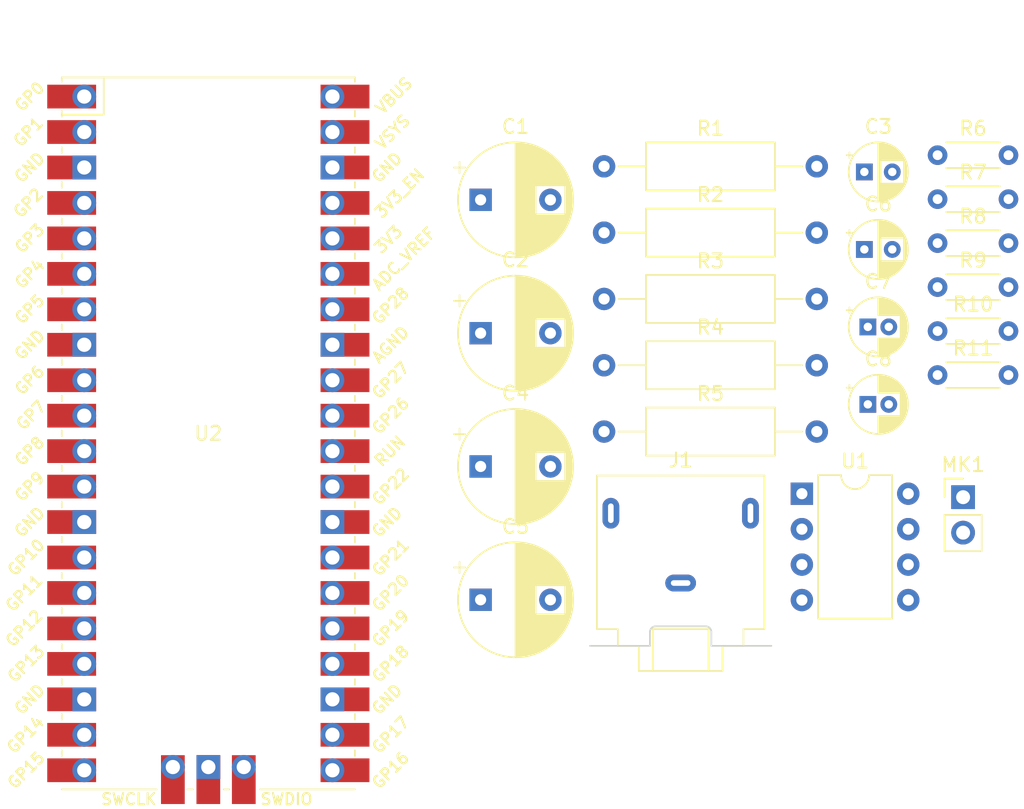
<source format=kicad_pcb>
(kicad_pcb (version 20221018) (generator pcbnew)
  (layers (0 "F.Cu" signal) (31 "B.Cu" signal) (34 "B.Paste" user) (35 "F.Paste" user) (36 "B.SilkS" user "B.Silkscreen") (37 "F.SilkS" user "F.Silkscreen") (38 "B.Mask" user) (39 "F.Mask" user) (44 "Edge.Cuts" user))
  (net 0 "")
  (net 1 "Net-(MK1-+)")
  (net 2 "Net-(U1--)")
  (net 3 "Net-(U1-+)")
  (net 4 "Net-(C1-Pad2)")
  (net 6 "GND")
  (net 7 "Net-(C3-Pad1)")
  (net 8 "+3.3V")
  (net 9 "Net-(C6-Pad1)")
  (net 10 "Net-(C7-Pad2)")
  (net 11 "Net-(C8-Pad2)")
  (net 12 "Net-(U2-GPIO28_ADC2)")
  (net 13 "Net-(U2-GPIO26_ADC0)")
  (net 14 "Net-(U2-GPIO27_ADC1)")
  (footprint "Resistor_THT:R_Axial_DIN0204_L3.6mm_D1.6mm_P5.08mm_Horizontal" (layer "F.Cu") (at 182.186 60.4848)
    (fp_text reference "R7" (at 2.54 -1.92) (layer "F.SilkS"))
    (fp_text value "220")
    (pad "1" thru_hole circle (at 0 0) (size 1.4 1.4) (drill 0.7) (layers "*.Cu" "*.Mask") (net 14 "Net-(U2-GPIO27_ADC1)"))
    (pad "2" thru_hole oval (at 5.08 0) (size 1.4 1.4) (drill 0.7) (layers "*.Cu" "*.Mask") (net 9 "Net-(C6-Pad1)"))
  )
  (footprint "Package_DIP:DIP-8_W7.62mm" (layer "F.Cu") (at 172.466 81.5848)
    (fp_text reference "U1" (at 3.81 -2.33) (layer "F.SilkS"))
    (fp_text value "TL071")
    (pad "1" thru_hole rect (at 0 0) (size 1.6 1.6) (drill 0.8) (layers "*.Cu" "*.Mask"))
    (pad "2" thru_hole oval (at 0 2.54) (size 1.6 1.6) (drill 0.8) (layers "*.Cu" "*.Mask") (net 2 "Net-(U1--)"))
    (pad "3" thru_hole oval (at 0 5.08) (size 1.6 1.6) (drill 0.8) (layers "*.Cu" "*.Mask") (net 3 "Net-(U1-+)"))
    (pad "4" thru_hole oval (at 0 7.62) (size 1.6 1.6) (drill 0.8) (layers "*.Cu" "*.Mask") (net 6 "GND"))
    (pad "5" thru_hole oval (at 7.62 7.62) (size 1.6 1.6) (drill 0.8) (layers "*.Cu" "*.Mask"))
    (pad "6" thru_hole oval (at 7.62 5.08) (size 1.6 1.6) (drill 0.8) (layers "*.Cu" "*.Mask") (net 12 "Net-(U2-GPIO28_ADC2)"))
    (pad "7" thru_hole oval (at 7.62 2.54) (size 1.6 1.6) (drill 0.8) (layers "*.Cu" "*.Mask") (net 8 "+3.3V"))
    (pad "8" thru_hole oval (at 7.62 0) (size 1.6 1.6) (drill 0.8) (layers "*.Cu" "*.Mask"))
  )
  (footprint "Capacitor_THT:CP_Radial_D8.0mm_P5.00mm" (layer "F.Cu") (at 149.450698 60.5348)
    (fp_text reference "C1" (at 2.5 -5.25) (layer "F.SilkS"))
    (fp_text value "1uf")
    (pad "1" thru_hole rect (at 0 0) (size 1.6 1.6) (drill 0.8) (layers "*.Cu" "*.Mask") (net 1 "Net-(MK1-+)"))
    (pad "2" thru_hole circle (at 5 0) (size 1.6 1.6) (drill 0.8) (layers "*.Cu" "*.Mask") (net 4 "Net-(C1-Pad2)"))
  )
  (footprint "Resistor_THT:R_Axial_DIN0309_L9.0mm_D3.2mm_P15.24mm_Horizontal" (layer "F.Cu") (at 158.296 77.1348)
    (fp_text reference "R5" (at 7.62 -2.72) (layer "F.SilkS"))
    (fp_text value "10k")
    (pad "1" thru_hole circle (at 0 0) (size 1.6 1.6) (drill 0.8) (layers "*.Cu" "*.Mask") (net 4 "Net-(C1-Pad2)"))
    (pad "2" thru_hole oval (at 15.24 0) (size 1.6 1.6) (drill 0.8) (layers "*.Cu" "*.Mask") (net 2 "Net-(U1--)"))
  )
  (footprint "MCU_RaspberryPi_and_Boards:RPi_Pico_SMD_TH" (layer "F.Cu") (at 129.9464 77.2668)
    (fp_text reference "U2" (at 0 0) (layer "F.SilkS"))
    (fp_text value "Pico")
    (fp_text user "SWCLK" (at -5.7 26.2) (layer "F.SilkS") (effects (font (size 0.8 0.8))))
    (fp_text user "GND" (at -12.8 6.35 45) (layer "F.SilkS") (effects (font (size 0.8 0.8))))
    (fp_text user "GND" (at 12.8 -19.05 45) (layer "F.SilkS") (effects (font (size 0.8 0.8))))
    (fp_text user "GP2" (at -12.9 -16.51 45) (layer "F.SilkS") (effects (font (size 0.8 0.8))))
    (fp_text user "GP4" (at -12.8 -11.43 45) (layer "F.SilkS") (effects (font (size 0.8 0.8))))
    (fp_text user "GP0" (at -12.8 -24.13 45) (layer "F.SilkS") (effects (font (size 0.8 0.8))))
    (fp_text user "GP9" (at -12.8 3.81 45) (layer "F.SilkS") (effects (font (size 0.8 0.8))))
    (fp_text user "GP6" (at -12.8 -3.81 45) (layer "F.SilkS") (effects (font (size 0.8 0.8))))
    (fp_text user "VBUS" (at 13.3 -24.2 45) (layer "F.SilkS") (effects (font (size 0.8 0.8))))
    (fp_text user "GP12" (at -13.2 13.97 45) (layer "F.SilkS") (effects (font (size 0.8 0.8))))
    (fp_text user "GP1" (at -12.9 -21.6 45) (layer "F.SilkS") (effects (font (size 0.8 0.8))))
    (fp_text user "GP27" (at 13.054 -3.8 45) (layer "F.SilkS") (effects (font (size 0.8 0.8))))
    (fp_text user "ADC_VREF" (at 14 -12.5 45) (layer "F.SilkS") (effects (font (size 0.8 0.8))))
    (fp_text user "GP11" (at -13.2 11.43 45) (layer "F.SilkS") (effects (font (size 0.8 0.8))))
    (fp_text user "GP16" (at 13.054 24.13 45) (layer "F.SilkS") (effects (font (size 0.8 0.8))))
    (fp_text user "GP5" (at -12.8 -8.89 45) (layer "F.SilkS") (effects (font (size 0.8 0.8))))
    (fp_text user "GP28" (at 13.054 -9.144 45) (layer "F.SilkS") (effects (font (size 0.8 0.8))))
    (fp_text user "GP3" (at -12.8 -13.97 45) (layer "F.SilkS") (effects (font (size 0.8 0.8))))
    (fp_text user "GP7" (at -12.7 -1.3 45) (layer "F.SilkS") (effects (font (size 0.8 0.8))))
    (fp_text user "GND" (at -12.8 -6.35 45) (layer "F.SilkS") (effects (font (size 0.8 0.8))))
    (fp_text user "GND" (at 12.8 19.05 45) (layer "F.SilkS") (effects (font (size 0.8 0.8))))
    (fp_text user "GP21" (at 13.054 8.9 45) (layer "F.SilkS") (effects (font (size 0.8 0.8))))
    (fp_text user "GP15" (at -13.054 24.13 45) (layer "F.SilkS") (effects (font (size 0.8 0.8))))
    (fp_text user "VSYS" (at 13.2 -21.59 45) (layer "F.SilkS") (effects (font (size 0.8 0.8))))
    (fp_text user "AGND" (at 13.054 -6.35 45) (layer "F.SilkS") (effects (font (size 0.8 0.8))))
    (fp_text user "GP26" (at 13.054 -1.27 45) (layer "F.SilkS") (effects (font (size 0.8 0.8))))
    (fp_text user "GP14" (at -13.1 21.59 45) (layer "F.SilkS") (effects (font (size 0.8 0.8))))
    (fp_text user "GND" (at -12.8 -19.05 45) (layer "F.SilkS") (effects (font (size 0.8 0.8))))
    (fp_text user "GND" (at -12.8 19.05 45) (layer "F.SilkS") (effects (font (size 0.8 0.8))))
    (fp_text user "GP8" (at -12.8 1.27 45) (layer "F.SilkS") (effects (font (size 0.8 0.8))))
    (fp_text user "GP20" (at 13.054 11.43 45) (layer "F.SilkS") (effects (font (size 0.8 0.8))))
    (fp_text user "GP19" (at 13.054 13.97 45) (layer "F.SilkS") (effects (font (size 0.8 0.8))))
    (fp_text user "SWDIO" (at 5.6 26.2) (layer "F.SilkS") (effects (font (size 0.8 0.8))))
    (fp_text user "GP22" (at 13.054 3.81 45) (layer "F.SilkS") (effects (font (size 0.8 0.8))))
    (fp_text user "3V3" (at 12.9 -13.9 45) (layer "F.SilkS") (effects (font (size 0.8 0.8))))
    (fp_text user "GP17" (at 13.054 21.59 45) (layer "F.SilkS") (effects (font (size 0.8 0.8))))
    (fp_text user "RUN" (at 13 1.27 45) (layer "F.SilkS") (effects (font (size 0.8 0.8))))
    (fp_text user "GP13" (at -13.054 16.51 45) (layer "F.SilkS") (effects (font (size 0.8 0.8))))
    (fp_text user "GP10" (at -13.054 8.89 45) (layer "F.SilkS") (effects (font (size 0.8 0.8))))
    (fp_text user "GP18" (at 13.054 16.51 45) (layer "F.SilkS") (effects (font (size 0.8 0.8))))
    (fp_text user "GND" (at 12.8 6.35 45) (layer "F.SilkS") (effects (font (size 0.8 0.8))))
    (fp_text user "3V3_EN" (at 13.7 -17.2 45) (layer "F.SilkS") (effects (font (size 0.8 0.8))))
    (pad "" np_thru_hole oval (at -2.725 -24) (size 1.8 1.8) (drill 1.8) (layers "*.Cu" "*.Mask"))
    (pad "" np_thru_hole oval (at -2.425 -20.97) (size 1.5 1.5) (drill 1.5) (layers "*.Cu" "*.Mask"))
    (pad "" np_thru_hole oval (at 2.425 -20.97) (size 1.5 1.5) (drill 1.5) (layers "*.Cu" "*.Mask"))
    (pad "" np_thru_hole oval (at 2.725 -24) (size 1.8 1.8) (drill 1.8) (layers "*.Cu" "*.Mask"))
    (pad "1" thru_hole oval (at -8.89 -24.13) (size 1.7 1.7) (drill 1.02) (layers "*.Cu" "*.Mask"))
    (pad "1" smd rect (at -8.89 -24.13) (size 3.5 1.7) (drill (offset -0.9 0)) (layers "F.Cu" "F.Mask"))
    (pad "2" thru_hole oval (at -8.89 -21.59) (size 1.7 1.7) (drill 1.02) (layers "*.Cu" "*.Mask"))
    (pad "2" smd rect (at -8.89 -21.59) (size 3.5 1.7) (drill (offset -0.9 0)) (layers "F.Cu" "F.Mask"))
    (pad "3" thru_hole rect (at -8.89 -19.05) (size 1.7 1.7) (drill 1.02) (layers "*.Cu" "*.Mask"))
    (pad "3" smd rect (at -8.89 -19.05) (size 3.5 1.7) (drill (offset -0.9 0)) (layers "F.Cu" "F.Mask"))
    (pad "4" thru_hole oval (at -8.89 -16.51) (size 1.7 1.7) (drill 1.02) (layers "*.Cu" "*.Mask"))
    (pad "4" smd rect (at -8.89 -16.51) (size 3.5 1.7) (drill (offset -0.9 0)) (layers "F.Cu" "F.Mask"))
    (pad "5" thru_hole oval (at -8.89 -13.97) (size 1.7 1.7) (drill 1.02) (layers "*.Cu" "*.Mask"))
    (pad "5" smd rect (at -8.89 -13.97) (size 3.5 1.7) (drill (offset -0.9 0)) (layers "F.Cu" "F.Mask"))
    (pad "6" thru_hole oval (at -8.89 -11.43) (size 1.7 1.7) (drill 1.02) (layers "*.Cu" "*.Mask"))
    (pad "6" smd rect (at -8.89 -11.43) (size 3.5 1.7) (drill (offset -0.9 0)) (layers "F.Cu" "F.Mask"))
    (pad "7" thru_hole oval (at -8.89 -8.89) (size 1.7 1.7) (drill 1.02) (layers "*.Cu" "*.Mask"))
    (pad "7" smd rect (at -8.89 -8.89) (size 3.5 1.7) (drill (offset -0.9 0)) (layers "F.Cu" "F.Mask"))
    (pad "8" thru_hole rect (at -8.89 -6.35) (size 1.7 1.7) (drill 1.02) (layers "*.Cu" "*.Mask"))
    (pad "8" smd rect (at -8.89 -6.35) (size 3.5 1.7) (drill (offset -0.9 0)) (layers "F.Cu" "F.Mask"))
    (pad "9" thru_hole oval (at -8.89 -3.81) (size 1.7 1.7) (drill 1.02) (layers "*.Cu" "*.Mask"))
    (pad "9" smd rect (at -8.89 -3.81) (size 3.5 1.7) (drill (offset -0.9 0)) (layers "F.Cu" "F.Mask"))
    (pad "10" thru_hole oval (at -8.89 -1.27) (size 1.7 1.7) (drill 1.02) (layers "*.Cu" "*.Mask"))
    (pad "10" smd rect (at -8.89 -1.27) (size 3.5 1.7) (drill (offset -0.9 0)) (layers "F.Cu" "F.Mask"))
    (pad "11" thru_hole oval (at -8.89 1.27) (size 1.7 1.7) (drill 1.02) (layers "*.Cu" "*.Mask"))
    (pad "11" smd rect (at -8.89 1.27) (size 3.5 1.7) (drill (offset -0.9 0)) (layers "F.Cu" "F.Mask"))
    (pad "12" thru_hole oval (at -8.89 3.81) (size 1.7 1.7) (drill 1.02) (layers "*.Cu" "*.Mask"))
    (pad "12" smd rect (at -8.89 3.81) (size 3.5 1.7) (drill (offset -0.9 0)) (layers "F.Cu" "F.Mask"))
    (pad "13" thru_hole rect (at -8.89 6.35) (size 1.7 1.7) (drill 1.02) (layers "*.Cu" "*.Mask"))
    (pad "13" smd rect (at -8.89 6.35) (size 3.5 1.7) (drill (offset -0.9 0)) (layers "F.Cu" "F.Mask"))
    (pad "14" thru_hole oval (at -8.89 8.89) (size 1.7 1.7) (drill 1.02) (layers "*.Cu" "*.Mask"))
    (pad "14" smd rect (at -8.89 8.89) (size 3.5 1.7) (drill (offset -0.9 0)) (layers "F.Cu" "F.Mask"))
    (pad "15" thru_hole oval (at -8.89 11.43) (size 1.7 1.7) (drill 1.02) (layers "*.Cu" "*.Mask"))
    (pad "15" smd rect (at -8.89 11.43) (size 3.5 1.7) (drill (offset -0.9 0)) (layers "F.Cu" "F.Mask"))
    (pad "16" thru_hole oval (at -8.89 13.97) (size 1.7 1.7) (drill 1.02) (layers "*.Cu" "*.Mask"))
    (pad "16" smd rect (at -8.89 13.97) (size 3.5 1.7) (drill (offset -0.9 0)) (layers "F.Cu" "F.Mask"))
    (pad "17" thru_hole oval (at -8.89 16.51) (size 1.7 1.7) (drill 1.02) (layers "*.Cu" "*.Mask"))
    (pad "17" smd rect (at -8.89 16.51) (size 3.5 1.7) (drill (offset -0.9 0)) (layers "F.Cu" "F.Mask"))
    (pad "18" thru_hole rect (at -8.89 19.05) (size 1.7 1.7) (drill 1.02) (layers "*.Cu" "*.Mask"))
    (pad "18" smd rect (at -8.89 19.05) (size 3.5 1.7) (drill (offset -0.9 0)) (layers "F.Cu" "F.Mask"))
    (pad "19" thru_hole oval (at -8.89 21.59) (size 1.7 1.7) (drill 1.02) (layers "*.Cu" "*.Mask"))
    (pad "19" smd rect (at -8.89 21.59) (size 3.5 1.7) (drill (offset -0.9 0)) (layers "F.Cu" "F.Mask"))
    (pad "20" thru_hole oval (at -8.89 24.13) (size 1.7 1.7) (drill 1.02) (layers "*.Cu" "*.Mask"))
    (pad "20" smd rect (at -8.89 24.13) (size 3.5 1.7) (drill (offset -0.9 0)) (layers "F.Cu" "F.Mask"))
    (pad "21" thru_hole oval (at 8.89 24.13) (size 1.7 1.7) (drill 1.02) (layers "*.Cu" "*.Mask"))
    (pad "21" smd rect (at 8.89 24.13) (size 3.5 1.7) (drill (offset 0.9 0)) (layers "F.Cu" "F.Mask"))
    (pad "22" thru_hole oval (at 8.89 21.59) (size 1.7 1.7) (drill 1.02) (layers "*.Cu" "*.Mask"))
    (pad "22" smd rect (at 8.89 21.59) (size 3.5 1.7) (drill (offset 0.9 0)) (layers "F.Cu" "F.Mask"))
    (pad "23" thru_hole rect (at 8.89 19.05) (size 1.7 1.7) (drill 1.02) (layers "*.Cu" "*.Mask"))
    (pad "23" smd rect (at 8.89 19.05) (size 3.5 1.7) (drill (offset 0.9 0)) (layers "F.Cu" "F.Mask"))
    (pad "24" thru_hole oval (at 8.89 16.51) (size 1.7 1.7) (drill 1.02) (layers "*.Cu" "*.Mask"))
    (pad "24" smd rect (at 8.89 16.51) (size 3.5 1.7) (drill (offset 0.9 0)) (layers "F.Cu" "F.Mask"))
    (pad "25" thru_hole oval (at 8.89 13.97) (size 1.7 1.7) (drill 1.02) (layers "*.Cu" "*.Mask"))
    (pad "25" smd rect (at 8.89 13.97) (size 3.5 1.7) (drill (offset 0.9 0)) (layers "F.Cu" "F.Mask"))
    (pad "26" thru_hole oval (at 8.89 11.43) (size 1.7 1.7) (drill 1.02) (layers "*.Cu" "*.Mask"))
    (pad "26" smd rect (at 8.89 11.43) (size 3.5 1.7) (drill (offset 0.9 0)) (layers "F.Cu" "F.Mask"))
    (pad "27" thru_hole oval (at 8.89 8.89) (size 1.7 1.7) (drill 1.02) (layers "*.Cu" "*.Mask"))
    (pad "27" smd rect (at 8.89 8.89) (size 3.5 1.7) (drill (offset 0.9 0)) (layers "F.Cu" "F.Mask"))
    (pad "28" thru_hole rect (at 8.89 6.35) (size 1.7 1.7) (drill 1.02) (layers "*.Cu" "*.Mask"))
    (pad "28" smd rect (at 8.89 6.35) (size 3.5 1.7) (drill (offset 0.9 0)) (layers "F.Cu" "F.Mask"))
    (pad "29" thru_hole oval (at 8.89 3.81) (size 1.7 1.7) (drill 1.02) (layers "*.Cu" "*.Mask"))
    (pad "29" smd rect (at 8.89 3.81) (size 3.5 1.7) (drill (offset 0.9 0)) (layers "F.Cu" "F.Mask"))
    (pad "30" thru_hole oval (at 8.89 1.27) (size 1.7 1.7) (drill 1.02) (layers "*.Cu" "*.Mask"))
    (pad "30" smd rect (at 8.89 1.27) (size 3.5 1.7) (drill (offset 0.9 0)) (layers "F.Cu" "F.Mask"))
    (pad "31" thru_hole oval (at 8.89 -1.27) (size 1.7 1.7) (drill 1.02) (layers "*.Cu" "*.Mask") (net 13 "Net-(U2-GPIO26_ADC0)"))
    (pad "31" smd rect (at 8.89 -1.27) (size 3.5 1.7) (drill (offset 0.9 0)) (layers "F.Cu" "F.Mask") (net 13 "Net-(U2-GPIO26_ADC0)"))
    (pad "32" thru_hole oval (at 8.89 -3.81) (size 1.7 1.7) (drill 1.02) (layers "*.Cu" "*.Mask") (net 14 "Net-(U2-GPIO27_ADC1)"))
    (pad "32" smd rect (at 8.89 -3.81) (size 3.5 1.7) (drill (offset 0.9 0)) (layers "F.Cu" "F.Mask") (net 14 "Net-(U2-GPIO27_ADC1)"))
    (pad "33" thru_hole rect (at 8.89 -6.35) (size 1.7 1.7) (drill 1.02) (layers "*.Cu" "*.Mask") (net 6 "GND"))
    (pad "33" smd rect (at 8.89 -6.35) (size 3.5 1.7) (drill (offset 0.9 0)) (layers "F.Cu" "F.Mask") (net 6 "GND"))
    (pad "34" thru_hole oval (at 8.89 -8.89) (size 1.7 1.7) (drill 1.02) (layers "*.Cu" "*.Mask") (net 12 "Net-(U2-GPIO28_ADC2)"))
    (pad "34" smd rect (at 8.89 -8.89) (size 3.5 1.7) (drill (offset 0.9 0)) (layers "F.Cu" "F.Mask") (net 12 "Net-(U2-GPIO28_ADC2)"))
    (pad "35" thru_hole oval (at 8.89 -11.43) (size 1.7 1.7) (drill 1.02) (layers "*.Cu" "*.Mask"))
    (pad "35" smd rect (at 8.89 -11.43) (size 3.5 1.7) (drill (offset 0.9 0)) (layers "F.Cu" "F.Mask"))
    (pad "36" thru_hole oval (at 8.89 -13.97) (size 1.7 1.7) (drill 1.02) (layers "*.Cu" "*.Mask"))
    (pad "36" smd rect (at 8.89 -13.97) (size 3.5 1.7) (drill (offset 0.9 0)) (layers "F.Cu" "F.Mask"))
    (pad "37" thru_hole oval (at 8.89 -16.51) (size 1.7 1.7) (drill 1.02) (layers "*.Cu" "*.Mask"))
    (pad "37" smd rect (at 8.89 -16.51) (size 3.5 1.7) (drill (offset 0.9 0)) (layers "F.Cu" "F.Mask"))
    (pad "38" thru_hole rect (at 8.89 -19.05) (size 1.7 1.7) (drill 1.02) (layers "*.Cu" "*.Mask"))
    (pad "38" smd rect (at 8.89 -19.05) (size 3.5 1.7) (drill (offset 0.9 0)) (layers "F.Cu" "F.Mask"))
    (pad "39" thru_hole oval (at 8.89 -21.59) (size 1.7 1.7) (drill 1.02) (layers "*.Cu" "*.Mask"))
    (pad "39" smd rect (at 8.89 -21.59) (size 3.5 1.7) (drill (offset 0.9 0)) (layers "F.Cu" "F.Mask"))
    (pad "40" thru_hole oval (at 8.89 -24.13) (size 1.7 1.7) (drill 1.02) (layers "*.Cu" "*.Mask"))
    (pad "40" smd rect (at 8.89 -24.13) (size 3.5 1.7) (drill (offset 0.9 0)) (layers "F.Cu" "F.Mask"))
    (pad "41" thru_hole oval (at -2.54 23.9) (size 1.7 1.7) (drill 1.02) (layers "*.Cu" "*.Mask"))
    (pad "41" smd rect (at -2.54 23.9 90) (size 3.5 1.7) (drill (offset -0.9 0)) (layers "F.Cu" "F.Mask"))
    (pad "42" thru_hole rect (at 0 23.9) (size 1.7 1.7) (drill 1.02) (layers "*.Cu" "*.Mask"))
    (pad "42" smd rect (at 0 23.9 90) (size 3.5 1.7) (drill (offset -0.9 0)) (layers "F.Cu" "F.Mask"))
    (pad "43" thru_hole oval (at 2.54 23.9) (size 1.7 1.7) (drill 1.02) (layers "*.Cu" "*.Mask"))
    (pad "43" smd rect (at 2.54 23.9 90) (size 3.5 1.7) (drill (offset -0.9 0)) (layers "F.Cu" "F.Mask"))
  )
  (footprint "Capacitor_THT:CP_Radial_D8.0mm_P5.00mm" (layer "F.Cu") (at 149.450698 79.6348)
    (fp_text reference "C4" (at 2.5 -5.25) (layer "F.SilkS"))
    (fp_text value "460uf")
    (pad "1" thru_hole rect (at 0 0) (size 1.6 1.6) (drill 0.8) (layers "*.Cu" "*.Mask") (net 8 "+3.3V"))
    (pad "2" thru_hole circle (at 5 0) (size 1.6 1.6) (drill 0.8) (layers "*.Cu" "*.Mask") (net 6 "GND"))
  )
  (footprint "Resistor_THT:R_Axial_DIN0204_L3.6mm_D1.6mm_P5.08mm_Horizontal" (layer "F.Cu") (at 182.186 63.6348)
    (fp_text reference "R8" (at 2.54 -1.92) (layer "F.SilkS"))
    (fp_text value "100")
    (pad "1" thru_hole circle (at 0 0) (size 1.4 1.4) (drill 0.7) (layers "*.Cu" "*.Mask") (net 6 "GND"))
    (pad "2" thru_hole oval (at 5.08 0) (size 1.4 1.4) (drill 0.7) (layers "*.Cu" "*.Mask") (net 7 "Net-(C3-Pad1)"))
  )
  (footprint "Connector_PinHeader_2.54mm:PinHeader_1x02_P2.54mm_Vertical" (layer "F.Cu") (at 184.016 81.8348)
    (fp_text reference "MK1" (at 0 -2.33) (layer "F.SilkS"))
    (fp_text value "Microphone")
    (pad "1" thru_hole rect (at 0 0) (size 1.7 1.7) (drill 1) (layers "*.Cu" "*.Mask") (net 6 "GND"))
    (pad "2" thru_hole oval (at 0 2.54) (size 1.7 1.7) (drill 1) (layers "*.Cu" "*.Mask") (net 1 "Net-(MK1-+)"))
  )
  (footprint "Connector_Audio:Jack_3.5mm_CUI_SJ1-3523N_Horizontal" (layer "F.Cu") (at 163.781 87.9848)
    (fp_text reference "J1" (at 0 -8.8) (layer "F.SilkS"))
    (fp_text value "AudioJack3")
    (fp_line (start -2.2 3.5) (end -2.2 4.5) (stroke (width 0.12)) (layer "Edge.Cuts"))
    (fp_line (start -2.2 4.5) (end -6.5 4.5) (stroke (width 0.12)) (layer "Edge.Cuts"))
    (fp_line (start 1.8 3.1) (end -1.8 3.1) (stroke (width 0.12)) (layer "Edge.Cuts"))
    (fp_line (start 2.2 3.5) (end 2.2 4.5) (stroke (width 0.12)) (layer "Edge.Cuts"))
    (fp_line (start 2.2 4.5) (end 6.5 4.5) (stroke (width 0.12)) (layer "Edge.Cuts"))
    (fp_arc (start -2.2 3.5) (mid -2.082842 3.217158) (end -1.8 3.1) (stroke (width 0.12)) (layer "Edge.Cuts"))
    (fp_arc (start 1.8 3.1) (mid 2.082843 3.217157) (end 2.2 3.5) (stroke (width 0.12)) (layer "Edge.Cuts"))
    (pad "" np_thru_hole circle (at -5 0) (size 1.2 1.2) (drill 1.2) (layers "*.Cu"))
    (pad "" np_thru_hole circle (at -5 2.5) (size 1.2 1.2) (drill 1.2) (layers "*.Cu"))
    (pad "" np_thru_hole circle (at 0 -5) (size 1.2 1.2) (drill 1.2) (layers "*.Cu"))
    (pad "" np_thru_hole circle (at 5 0) (size 1.2 1.2) (drill 1.2) (layers "*.Cu"))
    (pad "" np_thru_hole circle (at 5 2.5) (size 1.2 1.2) (drill 1.2) (layers "*.Cu"))
    (pad "R" thru_hole oval (at -5 -5) (size 1.2 2.2) (drill oval 0.4 1.4) (layers "*.Cu" "*.Mask") (net 10 "Net-(C7-Pad2)"))
    (pad "S" thru_hole oval (at 0 0) (size 2.2 1.2) (drill oval 1.4 0.4) (layers "*.Cu" "*.Mask") (net 6 "GND"))
    (pad "T" thru_hole oval (at 5 -5 180) (size 1.2 2.2) (drill oval 0.4 1.4) (layers "*.Cu" "*.Mask") (net 11 "Net-(C8-Pad2)"))
  )
  (footprint "Capacitor_THT:CP_Radial_D4.0mm_P1.50mm" (layer "F.Cu") (at 177.190801 69.6348)
    (fp_text reference "C7" (at 0.75 -3.25) (layer "F.SilkS"))
    (fp_text value "47uF")
    (pad "1" thru_hole rect (at 0 0) (size 1.2 1.2) (drill 0.6) (layers "*.Cu" "*.Mask") (net 7 "Net-(C3-Pad1)"))
    (pad "2" thru_hole circle (at 1.5 0) (size 1.2 1.2) (drill 0.6) (layers "*.Cu" "*.Mask") (net 10 "Net-(C7-Pad2)"))
  )
  (footprint "Resistor_THT:R_Axial_DIN0309_L9.0mm_D3.2mm_P15.24mm_Horizontal" (layer "F.Cu") (at 158.296 62.8848)
    (fp_text reference "R2" (at 7.62 -2.72) (layer "F.SilkS"))
    (fp_text value "100k")
    (pad "1" thru_hole circle (at 0 0) (size 1.6 1.6) (drill 0.8) (layers "*.Cu" "*.Mask") (net 8 "+3.3V"))
    (pad "2" thru_hole oval (at 15.24 0) (size 1.6 1.6) (drill 0.8) (layers "*.Cu" "*.Mask") (net 3 "Net-(U1-+)"))
  )
  (footprint "Resistor_THT:R_Axial_DIN0204_L3.6mm_D1.6mm_P5.08mm_Horizontal" (layer "F.Cu") (at 182.186 57.3348)
    (fp_text reference "R6" (at 2.54 -1.92) (layer "F.SilkS"))
    (fp_text value "220")
    (pad "1" thru_hole circle (at 0 0) (size 1.4 1.4) (drill 0.7) (layers "*.Cu" "*.Mask") (net 13 "Net-(U2-GPIO26_ADC0)"))
    (pad "2" thru_hole oval (at 5.08 0) (size 1.4 1.4) (drill 0.7) (layers "*.Cu" "*.Mask") (net 7 "Net-(C3-Pad1)"))
  )
  (footprint "Resistor_THT:R_Axial_DIN0204_L3.6mm_D1.6mm_P5.08mm_Horizontal" (layer "F.Cu") (at 182.186 73.0848)
    (fp_text reference "R11" (at 2.54 -1.92) (layer "F.SilkS"))
    (fp_text value "1,8k")
    (pad "1" thru_hole circle (at 0 0) (size 1.4 1.4) (drill 0.7) (layers "*.Cu" "*.Mask") (net 6 "GND"))
    (pad "2" thru_hole oval (at 5.08 0) (size 1.4 1.4) (drill 0.7) (layers "*.Cu" "*.Mask") (net 11 "Net-(C8-Pad2)"))
  )
  (footprint "Capacitor_THT:CP_Radial_D8.0mm_P5.00mm" (layer "F.Cu") (at 149.450698 70.0848)
    (fp_text reference "C2" (at 2.5 -5.25) (layer "F.SilkS"))
    (fp_text value "10uf")
    (pad "1" thru_hole rect (at 0 0) (size 1.6 1.6) (drill 0.8) (layers "*.Cu" "*.Mask") (net 3 "Net-(U1-+)"))
    (pad "2" thru_hole circle (at 5 0) (size 1.6 1.6) (drill 0.8) (layers "*.Cu" "*.Mask") (net 6 "GND"))
  )
  (footprint "Resistor_THT:R_Axial_DIN0309_L9.0mm_D3.2mm_P15.24mm_Horizontal" (layer "F.Cu") (at 158.296 58.1348)
    (fp_text reference "R1" (at 7.62 -2.72) (layer "F.SilkS"))
    (fp_text value "10k")
    (pad "1" thru_hole circle (at 0 0) (size 1.6 1.6) (drill 0.8) (layers "*.Cu" "*.Mask") (net 8 "+3.3V"))
    (pad "2" thru_hole oval (at 15.24 0) (size 1.6 1.6) (drill 0.8) (layers "*.Cu" "*.Mask") (net 1 "Net-(MK1-+)"))
  )
  (footprint "Capacitor_THT:CP_Radial_D4.0mm_P2.00mm" (layer "F.Cu") (at 176.940801 58.5348)
    (fp_text reference "C3" (at 1 -3.25) (layer "F.SilkS"))
    (fp_text value "100nF")
    (pad "1" thru_hole rect (at 0 0) (size 1.2 1.2) (drill 0.6) (layers "*.Cu" "*.Mask") (net 7 "Net-(C3-Pad1)"))
    (pad "2" thru_hole circle (at 2 0) (size 1.2 1.2) (drill 0.6) (layers "*.Cu" "*.Mask") (net 6 "GND"))
  )
  (footprint "Capacitor_THT:CP_Radial_D4.0mm_P2.00mm" (layer "F.Cu") (at 176.940801 64.0848)
    (fp_text reference "C6" (at 1 -3.25) (layer "F.SilkS"))
    (fp_text value "100nF")
    (pad "1" thru_hole rect (at 0 0) (size 1.2 1.2) (drill 0.6) (layers "*.Cu" "*.Mask") (net 9 "Net-(C6-Pad1)"))
    (pad "2" thru_hole circle (at 2 0) (size 1.2 1.2) (drill 0.6) (layers "*.Cu" "*.Mask") (net 6 "GND"))
  )
  (footprint "Resistor_THT:R_Axial_DIN0309_L9.0mm_D3.2mm_P15.24mm_Horizontal" (layer "F.Cu") (at 158.296 67.6348)
    (fp_text reference "R3" (at 7.62 -2.72) (layer "F.SilkS"))
    (fp_text value "100k")
    (pad "1" thru_hole circle (at 0 0) (size 1.6 1.6) (drill 0.8) (layers "*.Cu" "*.Mask") (net 2 "Net-(U1--)"))
    (pad "2" thru_hole oval (at 15.24 0) (size 1.6 1.6) (drill 0.8) (layers "*.Cu" "*.Mask") (net 12 "Net-(U2-GPIO28_ADC2)"))
  )
  (footprint "Resistor_THT:R_Axial_DIN0204_L3.6mm_D1.6mm_P5.08mm_Horizontal" (layer "F.Cu") (at 182.186 69.9348)
    (fp_text reference "R10" (at 2.54 -1.92) (layer "F.SilkS"))
    (fp_text value "1,8k")
    (pad "1" thru_hole circle (at 0 0) (size 1.4 1.4) (drill 0.7) (layers "*.Cu" "*.Mask") (net 6 "GND"))
    (pad "2" thru_hole oval (at 5.08 0) (size 1.4 1.4) (drill 0.7) (layers "*.Cu" "*.Mask") (net 10 "Net-(C7-Pad2)"))
  )
  (footprint "Resistor_THT:R_Axial_DIN0309_L9.0mm_D3.2mm_P15.24mm_Horizontal" (layer "F.Cu") (at 158.296 72.3848)
    (fp_text reference "R4" (at 7.62 -2.72) (layer "F.SilkS"))
    (fp_text value "100k")
    (pad "1" thru_hole circle (at 0 0) (size 1.6 1.6) (drill 0.8) (layers "*.Cu" "*.Mask") (net 3 "Net-(U1-+)"))
    (pad "2" thru_hole oval (at 15.24 0) (size 1.6 1.6) (drill 0.8) (layers "*.Cu" "*.Mask") (net 6 "GND"))
  )
  (footprint "Capacitor_THT:CP_Radial_D8.0mm_P5.00mm" (layer "F.Cu") (at 149.450698 89.1848)
    (fp_text reference "C5" (at 2.5 -5.25) (layer "F.SilkS"))
    (fp_text value "10uF")
    (pad "1" thru_hole rect (at 0 0) (size 1.6 1.6) (drill 0.8) (layers "*.Cu" "*.Mask") (net 8 "+3.3V"))
    (pad "2" thru_hole circle (at 5 0) (size 1.6 1.6) (drill 0.8) (layers "*.Cu" "*.Mask") (net 6 "GND"))
  )
  (footprint "Capacitor_THT:CP_Radial_D4.0mm_P1.50mm" (layer "F.Cu") (at 177.190801 75.1848)
    (fp_text reference "C8" (at 0.75 -3.25) (layer "F.SilkS"))
    (fp_text value "47uF")
    (pad "1" thru_hole rect (at 0 0) (size 1.2 1.2) (drill 0.6) (layers "*.Cu" "*.Mask") (net 9 "Net-(C6-Pad1)"))
    (pad "2" thru_hole circle (at 1.5 0) (size 1.2 1.2) (drill 0.6) (layers "*.Cu" "*.Mask") (net 11 "Net-(C8-Pad2)"))
  )
  (footprint "Resistor_THT:R_Axial_DIN0204_L3.6mm_D1.6mm_P5.08mm_Horizontal" (layer "F.Cu") (at 182.186 66.7848)
    (fp_text reference "R9" (at 2.54 -1.92) (layer "F.SilkS"))
    (fp_text value "100")
    (pad "1" thru_hole circle (at 0 0) (size 1.4 1.4) (drill 0.7) (layers "*.Cu" "*.Mask") (net 6 "GND"))
    (pad "2" thru_hole oval (at 5.08 0) (size 1.4 1.4) (drill 0.7) (layers "*.Cu" "*.Mask") (net 9 "Net-(C6-Pad1)"))
  )
)
</source>
